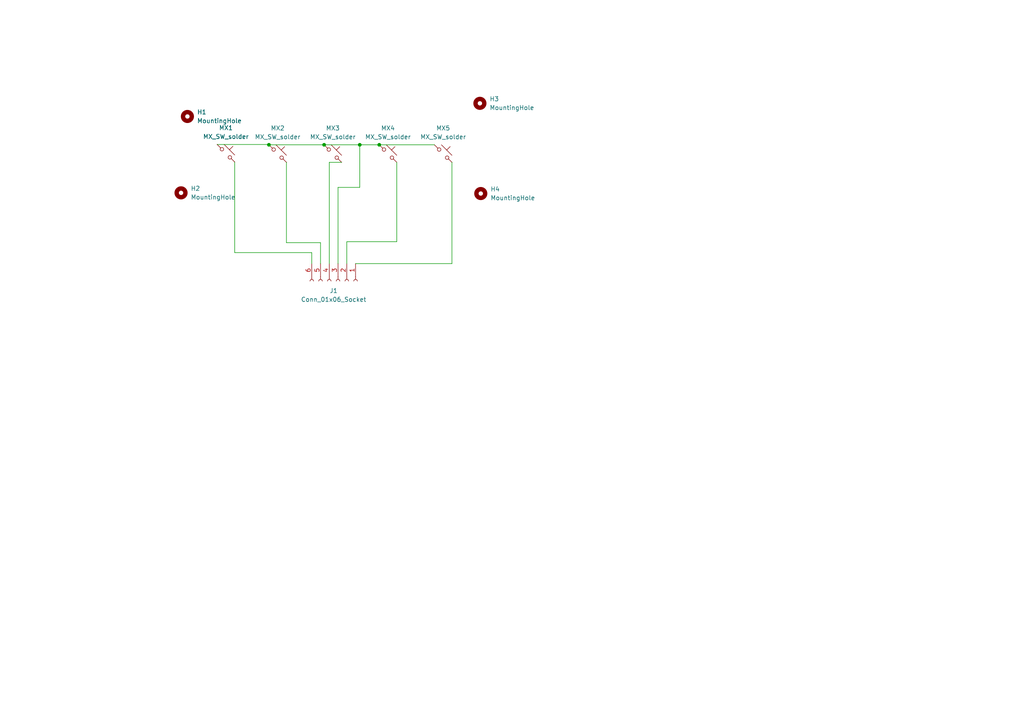
<source format=kicad_sch>
(kicad_sch (version 20230121) (generator eeschema)
  (paper "A4")
  (lib_symbols
    (symbol "Connector:Conn_01x06_Socket" (pin_names (offset 1.016) hide)
      (property "Reference" "J" (at 0 7.62 0))
      (property "Value" "Conn_01x06_Socket" (at 0 -10.16 0))
      (symbol "Conn_01x06_Socket_1_1"
        (arc (start 0 -7.112) (mid -0.5058 -7.62) (end 0 -8.128) (stroke (width 0.1524)))
        (arc (start 0 -4.572) (mid -0.5058 -5.08) (end 0 -5.588) (stroke (width 0.1524)))
        (arc (start 0 -2.032) (mid -0.5058 -2.54) (end 0 -3.048) (stroke (width 0.1524)))
        (polyline (pts (xy -1.27 -7.62) (xy -0.508 -7.62)) (stroke (width 0.1524)))
        (polyline (pts (xy -1.27 -5.08) (xy -0.508 -5.08)) (stroke (width 0.1524)))
        (polyline (pts (xy -1.27 -2.54) (xy -0.508 -2.54)) (stroke (width 0.1524)))
        (polyline (pts (xy -1.27 0) (xy -0.508 0)) (stroke (width 0.1524)))
        (polyline (pts (xy -1.27 2.54) (xy -0.508 2.54)) (stroke (width 0.1524)))
        (polyline (pts (xy -1.27 5.08) (xy -0.508 5.08)) (stroke (width 0.1524)))
        (arc (start 0 0.508) (mid -0.5058 0) (end 0 -0.508) (stroke (width 0.1524)))
        (arc (start 0 3.048) (mid -0.5058 2.54) (end 0 2.032) (stroke (width 0.1524)))
        (arc (start 0 5.588) (mid -0.5058 5.08) (end 0 4.572) (stroke (width 0.1524)))
        (pin passive line (at -5.08 5.08 0) (length 3.81) (name "Pin_1") (number "1"))
        (pin passive line (at -5.08 2.54 0) (length 3.81) (name "Pin_2") (number "2"))
        (pin passive line (at -5.08 0 0) (length 3.81) (name "Pin_3") (number "3"))
        (pin passive line (at -5.08 -2.54 0) (length 3.81) (name "Pin_4") (number "4"))
        (pin passive line (at -5.08 -5.08 0) (length 3.81) (name "Pin_5") (number "5"))
        (pin passive line (at -5.08 -7.62 0) (length 3.81) (name "Pin_6") (number "6"))
      )
    )
    (symbol "Mechanical:MountingHole" (pin_names (offset 1.016))
      (property "Reference" "H" (at 0 5.08 0))
      (property "Value" "MountingHole" (at 0 3.175 0))
      (symbol "MountingHole_0_1"
        (circle (center 0 0) (radius 1.27) (stroke (width 1.27)))
      )
    )
    (symbol "marbastlib-mx:MX_SW_solder" (pin_numbers hide) (pin_names (offset 1.016) hide)
      (property "Reference" "MX" (at 3.048 1.016 0))
      (property "Value" "MX_SW_solder" (at 0 -3.81 0))
      (symbol "MX_SW_solder_0_1"
        (circle (center -1.1684 1.1684) (radius 0.508))
        (polyline (pts (xy -0.508 2.54) (xy 2.54 -0.508)))
        (polyline (pts (xy 1.016 1.016) (xy 2.032 2.032)))
        (polyline (pts (xy -2.54 2.54) (xy -1.524 1.524) (xy -1.524 1.524)))
        (polyline (pts (xy 1.524 -1.524) (xy 2.54 -2.54) (xy 2.54 -2.54) (xy 2.54 -2.54)))
        (circle (center 1.143 -1.1938) (radius 0.508))
        (pin passive line (at -2.54 2.54 0) (length 0) (name "1") (number "1"))
        (pin passive line (at 2.54 -2.54 180) (length 0) (name "2") (number "2"))
      )
    )
  )
  (junction (at 94 42))
  (junction (at 78 42))
  (junction (at 110 42))
  (junction (at 104.3432 42))
  (wire (pts (xy 98.044 54.356) (xy 104.3432 54.356)))
  (wire (pts (xy 62.992 41.91) (xy 78 41.91)))
  (wire (pts (xy 83.08 70.3814) (xy 92.964 70.3814)))
  (wire (pts (xy 98.044 76.454) (xy 98.044 54.356)))
  (wire (pts (xy 100.584 70.104) (xy 100.584 76.454)))
  (wire (pts (xy 100.584 70.104) (xy 115.08 70.104)))
  (wire (pts (xy 95.504 47.08) (xy 99.08 47.08)))
  (wire (pts (xy 131.08 47.08) (xy 131.08 76.454)))
  (wire (pts (xy 104.3432 42) (xy 110 42)))
  (wire (pts (xy 103.124 76.454) (xy 131.08 76.454)))
  (wire (pts (xy 83.08 47.08) (xy 83.08 70.3814)))
  (wire (pts (xy 110 42) (xy 126 42)))
  (wire (pts (xy 78 41.91) (xy 78 42)))
  (wire (pts (xy 115.08 47.08) (xy 115.08 70.104)))
  (wire (pts (xy 104.3432 54.356) (xy 104.3432 42)))
  (wire (pts (xy 78 42) (xy 94 42)))
  (wire (pts (xy 90.424 76.454) (xy 90.424 73.2649)))
  (wire (pts (xy 90.424 73.2649) (xy 68.072 73.2649)))
  (wire (pts (xy 94 42) (xy 104.3432 42)))
  (wire (pts (xy 68.072 73.2649) (xy 68.072 46.99)))
  (wire (pts (xy 95.504 76.454) (xy 95.504 47.08)))
  (wire (pts (xy 92.964 70.3814) (xy 92.964 76.454)))
  (symbol (lib_id "marbastlib-mx:MX_SW_solder") (at 96.54 44.54 0) (unit 1)
    (property "Reference" "MX3" (at 96.54 37.174 0))
    (property "Value" "MX_SW_solder" (at 96.54 39.714 0))
    (property "Footprint" "marbastlib-mx:SW_MX_1u" (effects hide))
  )
  (symbol (lib_id "marbastlib-mx:MX_SW_solder") (at 112.54 44.54 0) (unit 1)
    (property "Reference" "MX4" (at 112.54 37.174 0))
    (property "Value" "MX_SW_solder" (at 112.54 39.714 0))
    (property "Footprint" "marbastlib-mx:SW_MX_1u" (effects hide))
  )
  (symbol (lib_id "Mechanical:MountingHole") (at 52.5115 55.9351 0) (unit 1)
    (property "Reference" "H2" (at 55.3055 54.6651 0) (effects (justify left)))
    (property "Value" "MountingHole" (at 55.3055 57.2051 0) (effects (justify left)))
    (property "Footprint" "MountingHole:MountingHole_3.2mm_M3" (effects hide))
  )
  (symbol (lib_id "marbastlib-mx:MX_SW_solder") (at 65.532 44.45 0) (unit 1)
    (property "Reference" "MX1" (at 65.532 37.084 0))
    (property "Value" "MX_SW_solder" (at 65.532 39.624 0))
    (property "Footprint" "marbastlib-mx:SW_MX_1u" (effects hide))
  )
  (symbol (lib_id "Mechanical:MountingHole") (at 54.356 33.782 0) (unit 1)
    (property "Reference" "H1" (at 57.15 32.512 0) (effects (justify left)))
    (property "Value" "MountingHole" (at 57.15 35.052 0) (effects (justify left)))
    (property "Footprint" "MountingHole:MountingHole_3.2mm_M3" (effects hide))
  )
  (symbol (lib_id "Mechanical:MountingHole") (at 139.446 56.134 0) (unit 1)
    (property "Reference" "H4" (at 142.24 54.864 0) (effects (justify left)))
    (property "Value" "MountingHole" (at 142.24 57.404 0) (effects (justify left)))
    (property "Footprint" "MountingHole:MountingHole_3.2mm_M3" (effects hide))
  )
  (symbol (lib_id "marbastlib-mx:MX_SW_solder") (at 128.54 44.54 0) (unit 1)
    (property "Reference" "MX5" (at 128.54 37.174 0))
    (property "Value" "MX_SW_solder" (at 128.54 39.714 0))
    (property "Footprint" "marbastlib-mx:SW_MX_1u" (effects hide))
  )
  (symbol (lib_id "marbastlib-mx:MX_SW_solder") (at 80.54 44.54 0) (unit 1)
    (property "Reference" "MX2" (at 80.54 37.174 0))
    (property "Value" "MX_SW_solder" (at 80.54 39.714 0))
    (property "Footprint" "marbastlib-mx:SW_MX_1u" (effects hide))
  )
  (symbol (lib_id "Connector:Conn_01x06_Socket") (at 98.044 81.534 270) (unit 1)
    (property "Reference" "J1" (at 96.774 84.328 90))
    (property "Value" "Conn_01x06_Socket" (at 96.774 86.868 90))
    (property "Footprint" "Connector_PinHeader_2.54mm:PinHeader_1x06_P2.54mm_Vertical" (effects hide))
  )
  (symbol (lib_id "Mechanical:MountingHole") (at 139.192 29.972 0) (unit 1)
    (property "Reference" "H3" (at 141.986 28.702 0) (effects (justify left)))
    (property "Value" "MountingHole" (at 141.986 31.242 0) (effects (justify left)))
    (property "Footprint" "MountingHole:MountingHole_3.2mm_M3" (effects hide))
  )
)
</source>
